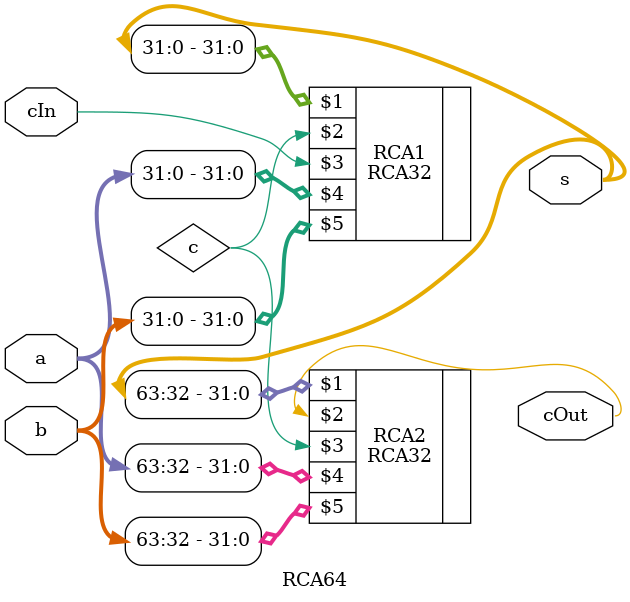
<source format=v>
`timescale 1ns / 1ps
module RCA64(s,cOut,cIn,a,b);
	input [63:0] a, b; //inputs
	input cIn; //carry in
   output [63:0] s; //sum
   output cOut; //carry out
   wire c; //carry wire from one 32-bit ripple carry adder to another
   RCA32 RCA1(s[31:0],c,cIn,a[31:0],b[31:0]);
   RCA32 RCA2(s[63:32],cOut,c,a[63:32],b[63:32]);
endmodule

</source>
